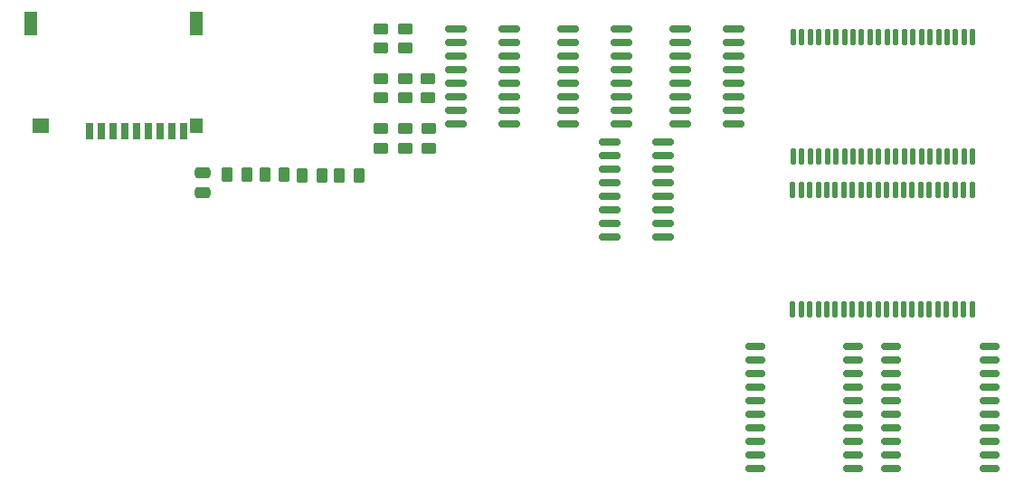
<source format=gbr>
%TF.GenerationSoftware,KiCad,Pcbnew,8.0.8+dfsg-1*%
%TF.CreationDate,2025-07-24T05:24:10-04:00*%
%TF.ProjectId,VGA_SRAM_SHIELD_DB_MULTIPLEX,5647415f-5352-4414-9d5f-534849454c44,rev?*%
%TF.SameCoordinates,Original*%
%TF.FileFunction,Paste,Top*%
%TF.FilePolarity,Positive*%
%FSLAX46Y46*%
G04 Gerber Fmt 4.6, Leading zero omitted, Abs format (unit mm)*
G04 Created by KiCad (PCBNEW 8.0.8+dfsg-1) date 2025-07-24 05:24:10*
%MOMM*%
%LPD*%
G01*
G04 APERTURE LIST*
G04 Aperture macros list*
%AMRoundRect*
0 Rectangle with rounded corners*
0 $1 Rounding radius*
0 $2 $3 $4 $5 $6 $7 $8 $9 X,Y pos of 4 corners*
0 Add a 4 corners polygon primitive as box body*
4,1,4,$2,$3,$4,$5,$6,$7,$8,$9,$2,$3,0*
0 Add four circle primitives for the rounded corners*
1,1,$1+$1,$2,$3*
1,1,$1+$1,$4,$5*
1,1,$1+$1,$6,$7*
1,1,$1+$1,$8,$9*
0 Add four rect primitives between the rounded corners*
20,1,$1+$1,$2,$3,$4,$5,0*
20,1,$1+$1,$4,$5,$6,$7,0*
20,1,$1+$1,$6,$7,$8,$9,0*
20,1,$1+$1,$8,$9,$2,$3,0*%
G04 Aperture macros list end*
%ADD10RoundRect,0.250000X0.450000X-0.262500X0.450000X0.262500X-0.450000X0.262500X-0.450000X-0.262500X0*%
%ADD11RoundRect,0.150000X-0.800000X-0.150000X0.800000X-0.150000X0.800000X0.150000X-0.800000X0.150000X0*%
%ADD12RoundRect,0.250000X-0.262500X-0.450000X0.262500X-0.450000X0.262500X0.450000X-0.262500X0.450000X0*%
%ADD13RoundRect,0.150000X-0.850000X-0.150000X0.850000X-0.150000X0.850000X0.150000X-0.850000X0.150000X0*%
%ADD14RoundRect,0.137500X0.137500X-0.625000X0.137500X0.625000X-0.137500X0.625000X-0.137500X-0.625000X0*%
%ADD15RoundRect,0.250000X0.475000X-0.250000X0.475000X0.250000X-0.475000X0.250000X-0.475000X-0.250000X0*%
%ADD16R,0.700000X1.600000*%
%ADD17R,1.200000X2.200000*%
%ADD18R,1.600000X1.400000*%
%ADD19R,1.200000X1.400000*%
G04 APERTURE END LIST*
D10*
%TO.C,R3*%
X69511200Y-39500800D03*
X69511200Y-37675800D03*
%TD*%
D11*
%TO.C,U14*%
X100101200Y-58055800D03*
X100101200Y-59325800D03*
X100101200Y-60595800D03*
X100101200Y-61865800D03*
X100101200Y-63135800D03*
X100101200Y-64405800D03*
X100101200Y-65675800D03*
X100101200Y-66945800D03*
X100101200Y-68215800D03*
X100101200Y-69485800D03*
X109301200Y-69485800D03*
X109301200Y-68215800D03*
X109301200Y-66945800D03*
X109301200Y-65675800D03*
X109301200Y-64405800D03*
X109301200Y-63135800D03*
X109301200Y-61865800D03*
X109301200Y-60595800D03*
X109301200Y-59325800D03*
X109301200Y-58055800D03*
%TD*%
D12*
%TO.C,R2*%
X61211200Y-42050800D03*
X63036200Y-42050800D03*
%TD*%
D10*
%TO.C,R9*%
X65041200Y-34800800D03*
X65041200Y-32975800D03*
%TD*%
D13*
%TO.C,U28*%
X93101200Y-28320800D03*
X93101200Y-29590800D03*
X93101200Y-30860800D03*
X93101200Y-32130800D03*
X93101200Y-33400800D03*
X93101200Y-34670800D03*
X93101200Y-35940800D03*
X93101200Y-37210800D03*
X98101200Y-37210800D03*
X98101200Y-35940800D03*
X98101200Y-34670800D03*
X98101200Y-33400800D03*
X98101200Y-32130800D03*
X98101200Y-30860800D03*
X98101200Y-29590800D03*
X98101200Y-28320800D03*
%TD*%
D14*
%TO.C,U20*%
X103601200Y-54645800D03*
X104401200Y-54645800D03*
X105201200Y-54645800D03*
X106001200Y-54645800D03*
X106801200Y-54645800D03*
X107601200Y-54645800D03*
X108401200Y-54645800D03*
X109201200Y-54645800D03*
X110001200Y-54645800D03*
X110801200Y-54645800D03*
X111601200Y-54645800D03*
X112401200Y-54645800D03*
X113201200Y-54645800D03*
X114001200Y-54645800D03*
X114801200Y-54645800D03*
X115601200Y-54645800D03*
X116401200Y-54645800D03*
X117201200Y-54645800D03*
X118001200Y-54645800D03*
X118801200Y-54645800D03*
X119601200Y-54645800D03*
X120401200Y-54645800D03*
X120401200Y-43470800D03*
X119601200Y-43470800D03*
X118801200Y-43470800D03*
X118001200Y-43470800D03*
X117201200Y-43470800D03*
X116401200Y-43470800D03*
X115601200Y-43470800D03*
X114801200Y-43470800D03*
X114001200Y-43470800D03*
X113201200Y-43470800D03*
X112401200Y-43470800D03*
X111601200Y-43470800D03*
X110801200Y-43470800D03*
X110001200Y-43470800D03*
X109201200Y-43470800D03*
X108401200Y-43470800D03*
X107601200Y-43470800D03*
X106801200Y-43470800D03*
X106001200Y-43470800D03*
X105201200Y-43470800D03*
X104401200Y-43470800D03*
X103601200Y-43470800D03*
%TD*%
D10*
%TO.C,R7*%
X67326200Y-30150800D03*
X67326200Y-28325800D03*
%TD*%
D13*
%TO.C,U23*%
X72101200Y-28320800D03*
X72101200Y-29590800D03*
X72101200Y-30860800D03*
X72101200Y-32130800D03*
X72101200Y-33400800D03*
X72101200Y-34670800D03*
X72101200Y-35940800D03*
X72101200Y-37210800D03*
X77101200Y-37210800D03*
X77101200Y-35940800D03*
X77101200Y-34670800D03*
X77101200Y-33400800D03*
X77101200Y-32130800D03*
X77101200Y-30860800D03*
X77101200Y-29590800D03*
X77101200Y-28320800D03*
%TD*%
D14*
%TO.C,U19*%
X103661200Y-40288300D03*
X104461200Y-40288300D03*
X105261200Y-40288300D03*
X106061200Y-40288300D03*
X106861200Y-40288300D03*
X107661200Y-40288300D03*
X108461200Y-40288300D03*
X109261200Y-40288300D03*
X110061200Y-40288300D03*
X110861200Y-40288300D03*
X111661200Y-40288300D03*
X112461200Y-40288300D03*
X113261200Y-40288300D03*
X114061200Y-40288300D03*
X114861200Y-40288300D03*
X115661200Y-40288300D03*
X116461200Y-40288300D03*
X117261200Y-40288300D03*
X118061200Y-40288300D03*
X118861200Y-40288300D03*
X119661200Y-40288300D03*
X120461200Y-40288300D03*
X120461200Y-29113300D03*
X119661200Y-29113300D03*
X118861200Y-29113300D03*
X118061200Y-29113300D03*
X117261200Y-29113300D03*
X116461200Y-29113300D03*
X115661200Y-29113300D03*
X114861200Y-29113300D03*
X114061200Y-29113300D03*
X113261200Y-29113300D03*
X112461200Y-29113300D03*
X111661200Y-29113300D03*
X110861200Y-29113300D03*
X110061200Y-29113300D03*
X109261200Y-29113300D03*
X108461200Y-29113300D03*
X107661200Y-29113300D03*
X106861200Y-29113300D03*
X106061200Y-29113300D03*
X105261200Y-29113300D03*
X104461200Y-29113300D03*
X103661200Y-29113300D03*
%TD*%
D12*
%TO.C,R1*%
X57726200Y-42050800D03*
X59551200Y-42050800D03*
%TD*%
D13*
%TO.C,U24*%
X82601200Y-28320800D03*
X82601200Y-29590800D03*
X82601200Y-30860800D03*
X82601200Y-32130800D03*
X82601200Y-33400800D03*
X82601200Y-34670800D03*
X82601200Y-35940800D03*
X82601200Y-37210800D03*
X87601200Y-37210800D03*
X87601200Y-35940800D03*
X87601200Y-34670800D03*
X87601200Y-33400800D03*
X87601200Y-32130800D03*
X87601200Y-30860800D03*
X87601200Y-29590800D03*
X87601200Y-28320800D03*
%TD*%
D10*
%TO.C,R8*%
X65051200Y-39500800D03*
X65051200Y-37675800D03*
%TD*%
%TO.C,R10*%
X65041200Y-30150800D03*
X65041200Y-28325800D03*
%TD*%
D15*
%TO.C,C1*%
X48411200Y-43680800D03*
X48411200Y-41780800D03*
%TD*%
D12*
%TO.C,R20*%
X54216200Y-42010800D03*
X56041200Y-42010800D03*
%TD*%
D10*
%TO.C,R4*%
X69501200Y-34800800D03*
X69501200Y-32975800D03*
%TD*%
D12*
%TO.C,R19*%
X50676200Y-42000800D03*
X52501200Y-42000800D03*
%TD*%
D10*
%TO.C,R5*%
X67336200Y-39500800D03*
X67336200Y-37675800D03*
%TD*%
D11*
%TO.C,U15*%
X112841200Y-58055800D03*
X112841200Y-59325800D03*
X112841200Y-60595800D03*
X112841200Y-61865800D03*
X112841200Y-63135800D03*
X112841200Y-64405800D03*
X112841200Y-65675800D03*
X112841200Y-66945800D03*
X112841200Y-68215800D03*
X112841200Y-69485800D03*
X122041200Y-69485800D03*
X122041200Y-68215800D03*
X122041200Y-66945800D03*
X122041200Y-65675800D03*
X122041200Y-64405800D03*
X122041200Y-63135800D03*
X122041200Y-61865800D03*
X122041200Y-60595800D03*
X122041200Y-59325800D03*
X122041200Y-58055800D03*
%TD*%
D13*
%TO.C,U29*%
X86511200Y-38926800D03*
X86511200Y-40196800D03*
X86511200Y-41466800D03*
X86511200Y-42736800D03*
X86511200Y-44006800D03*
X86511200Y-45276800D03*
X86511200Y-46546800D03*
X86511200Y-47816800D03*
X91511200Y-47816800D03*
X91511200Y-46546800D03*
X91511200Y-45276800D03*
X91511200Y-44006800D03*
X91511200Y-42736800D03*
X91511200Y-41466800D03*
X91511200Y-40196800D03*
X91511200Y-38926800D03*
%TD*%
D16*
%TO.C,J6*%
X37801968Y-37950855D03*
X38901968Y-37950855D03*
X40001968Y-37950855D03*
X41101968Y-37950855D03*
X42201968Y-37950855D03*
X43301968Y-37950855D03*
X44401968Y-37950855D03*
X45501968Y-37950855D03*
X46601968Y-37950855D03*
D17*
X32301968Y-27850855D03*
D18*
X33201968Y-37450855D03*
D17*
X47801968Y-27850855D03*
D19*
X47801968Y-37450855D03*
%TD*%
D10*
%TO.C,R6*%
X67326200Y-34800800D03*
X67326200Y-32975800D03*
%TD*%
M02*

</source>
